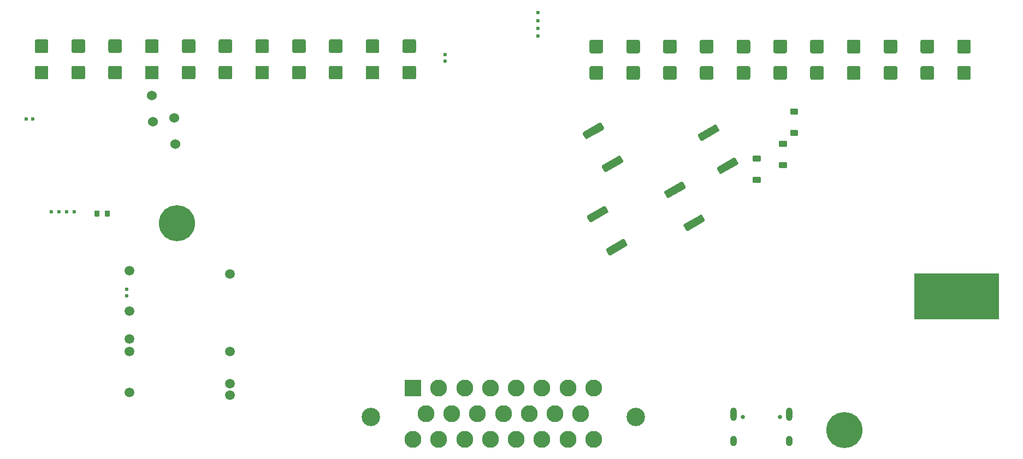
<source format=gbs>
G04 #@! TF.GenerationSoftware,KiCad,Pcbnew,7.0.10-7.0.10~ubuntu22.04.1*
G04 #@! TF.CreationDate,2024-01-19T21:36:50+00:00*
G04 #@! TF.ProjectId,uaeficopiedtovfr,75616566-6963-46f7-9069-6564746f7666,rev?*
G04 #@! TF.SameCoordinates,Original*
G04 #@! TF.FileFunction,Soldermask,Bot*
G04 #@! TF.FilePolarity,Negative*
%FSLAX46Y46*%
G04 Gerber Fmt 4.6, Leading zero omitted, Abs format (unit mm)*
G04 Created by KiCad (PCBNEW 7.0.10-7.0.10~ubuntu22.04.1) date 2024-01-19 21:36:50*
%MOMM*%
%LPD*%
G01*
G04 APERTURE LIST*
%ADD10C,0.120000*%
%ADD11C,5.600000*%
%ADD12C,0.600000*%
%ADD13C,1.500000*%
%ADD14C,2.850000*%
%ADD15R,2.625000X2.625000*%
%ADD16C,2.625000*%
%ADD17C,0.650000*%
%ADD18O,1.000000X2.100000*%
%ADD19O,1.000000X1.600000*%
%ADD20C,1.524000*%
G04 APERTURE END LIST*
G04 #@! TO.C,U2*
D10*
X156759000Y22030000D02*
X143759000Y22030000D01*
X143759000Y29030000D01*
X156759000Y29030000D01*
X156759000Y22030000D01*
G36*
X156759000Y22030000D02*
G01*
X143759000Y22030000D01*
X143759000Y29030000D01*
X156759000Y29030000D01*
X156759000Y22030000D01*
G37*
G04 #@! TD*
D11*
G04 #@! TO.C,H2*
X29407000Y36783000D03*
G04 #@! TD*
D12*
G04 #@! TO.C,M3*
X11122000Y38552000D03*
X9922000Y38552000D03*
X12322000Y38552000D03*
X13522000Y38552000D03*
X7062000Y52977000D03*
X6062000Y52977000D03*
G04 #@! TD*
D13*
G04 #@! TO.C,M1*
X22089005Y10557001D03*
X22089005Y16956998D03*
X22089005Y18857001D03*
X22089005Y23157001D03*
D12*
X21639006Y25556998D03*
X21639006Y26556999D03*
D13*
X22089005Y29407001D03*
X37589002Y10106999D03*
X37589002Y11956998D03*
X37589002Y16907001D03*
X37589002Y28956999D03*
G04 #@! TD*
D14*
G04 #@! TO.C,J4*
X59506000Y6773000D03*
X100506000Y6773000D03*
D15*
X66006000Y11273000D03*
D16*
X70006000Y11273000D03*
X74006000Y11273000D03*
X78006000Y11273000D03*
X82006000Y11273000D03*
X86006000Y11273000D03*
X90006000Y11273000D03*
X94006000Y11273000D03*
X68006000Y7273000D03*
X72006000Y7273000D03*
X76006000Y7273000D03*
X80006000Y7273000D03*
X84006000Y7273000D03*
X88006000Y7273000D03*
X92006000Y7273000D03*
X66006000Y3273000D03*
X70006000Y3273000D03*
X74006000Y3273000D03*
X78006000Y3273000D03*
X82006000Y3273000D03*
X86006000Y3273000D03*
X90006000Y3273000D03*
X94006000Y3273000D03*
G04 #@! TD*
G04 #@! TO.C,U1*
G36*
G01*
X150375000Y59331001D02*
X150375000Y60930999D01*
G75*
G02*
X150625001Y61181000I250001J0D01*
G01*
X152224999Y61181000D01*
G75*
G02*
X152475000Y60930999I0J-250001D01*
G01*
X152475000Y59331001D01*
G75*
G02*
X152224999Y59081000I-250001J0D01*
G01*
X150625001Y59081000D01*
G75*
G02*
X150375000Y59331001I0J250001D01*
G01*
G37*
G36*
G01*
X144675000Y59331001D02*
X144675000Y60930999D01*
G75*
G02*
X144925001Y61181000I250001J0D01*
G01*
X146524999Y61181000D01*
G75*
G02*
X146775000Y60930999I0J-250001D01*
G01*
X146775000Y59331001D01*
G75*
G02*
X146524999Y59081000I-250001J0D01*
G01*
X144925001Y59081000D01*
G75*
G02*
X144675000Y59331001I0J250001D01*
G01*
G37*
G36*
G01*
X138975000Y59331001D02*
X138975000Y60930999D01*
G75*
G02*
X139225001Y61181000I250001J0D01*
G01*
X140824999Y61181000D01*
G75*
G02*
X141075000Y60930999I0J-250001D01*
G01*
X141075000Y59331001D01*
G75*
G02*
X140824999Y59081000I-250001J0D01*
G01*
X139225001Y59081000D01*
G75*
G02*
X138975000Y59331001I0J250001D01*
G01*
G37*
G36*
G01*
X133275000Y59331001D02*
X133275000Y60930999D01*
G75*
G02*
X133525001Y61181000I250001J0D01*
G01*
X135124999Y61181000D01*
G75*
G02*
X135375000Y60930999I0J-250001D01*
G01*
X135375000Y59331001D01*
G75*
G02*
X135124999Y59081000I-250001J0D01*
G01*
X133525001Y59081000D01*
G75*
G02*
X133275000Y59331001I0J250001D01*
G01*
G37*
G36*
G01*
X127575000Y59331001D02*
X127575000Y60930999D01*
G75*
G02*
X127825001Y61181000I250001J0D01*
G01*
X129424999Y61181000D01*
G75*
G02*
X129675000Y60930999I0J-250001D01*
G01*
X129675000Y59331001D01*
G75*
G02*
X129424999Y59081000I-250001J0D01*
G01*
X127825001Y59081000D01*
G75*
G02*
X127575000Y59331001I0J250001D01*
G01*
G37*
G36*
G01*
X121875000Y59331001D02*
X121875000Y60930999D01*
G75*
G02*
X122125001Y61181000I250001J0D01*
G01*
X123724999Y61181000D01*
G75*
G02*
X123975000Y60930999I0J-250001D01*
G01*
X123975000Y59331001D01*
G75*
G02*
X123724999Y59081000I-250001J0D01*
G01*
X122125001Y59081000D01*
G75*
G02*
X121875000Y59331001I0J250001D01*
G01*
G37*
G36*
G01*
X116175000Y59331001D02*
X116175000Y60930999D01*
G75*
G02*
X116425001Y61181000I250001J0D01*
G01*
X118024999Y61181000D01*
G75*
G02*
X118275000Y60930999I0J-250001D01*
G01*
X118275000Y59331001D01*
G75*
G02*
X118024999Y59081000I-250001J0D01*
G01*
X116425001Y59081000D01*
G75*
G02*
X116175000Y59331001I0J250001D01*
G01*
G37*
G36*
G01*
X110475000Y59331001D02*
X110475000Y60930999D01*
G75*
G02*
X110725001Y61181000I250001J0D01*
G01*
X112324999Y61181000D01*
G75*
G02*
X112575000Y60930999I0J-250001D01*
G01*
X112575000Y59331001D01*
G75*
G02*
X112324999Y59081000I-250001J0D01*
G01*
X110725001Y59081000D01*
G75*
G02*
X110475000Y59331001I0J250001D01*
G01*
G37*
G36*
G01*
X104775000Y59331001D02*
X104775000Y60930999D01*
G75*
G02*
X105025001Y61181000I250001J0D01*
G01*
X106624999Y61181000D01*
G75*
G02*
X106875000Y60930999I0J-250001D01*
G01*
X106875000Y59331001D01*
G75*
G02*
X106624999Y59081000I-250001J0D01*
G01*
X105025001Y59081000D01*
G75*
G02*
X104775000Y59331001I0J250001D01*
G01*
G37*
G36*
G01*
X99075000Y59331001D02*
X99075000Y60930999D01*
G75*
G02*
X99325001Y61181000I250001J0D01*
G01*
X100924999Y61181000D01*
G75*
G02*
X101175000Y60930999I0J-250001D01*
G01*
X101175000Y59331001D01*
G75*
G02*
X100924999Y59081000I-250001J0D01*
G01*
X99325001Y59081000D01*
G75*
G02*
X99075000Y59331001I0J250001D01*
G01*
G37*
G36*
G01*
X93375000Y59331001D02*
X93375000Y60930999D01*
G75*
G02*
X93625001Y61181000I250001J0D01*
G01*
X95224999Y61181000D01*
G75*
G02*
X95475000Y60930999I0J-250001D01*
G01*
X95475000Y59331001D01*
G75*
G02*
X95224999Y59081000I-250001J0D01*
G01*
X93625001Y59081000D01*
G75*
G02*
X93375000Y59331001I0J250001D01*
G01*
G37*
G36*
G01*
X150375000Y63431001D02*
X150375000Y65030999D01*
G75*
G02*
X150625001Y65281000I250001J0D01*
G01*
X152224999Y65281000D01*
G75*
G02*
X152475000Y65030999I0J-250001D01*
G01*
X152475000Y63431001D01*
G75*
G02*
X152224999Y63181000I-250001J0D01*
G01*
X150625001Y63181000D01*
G75*
G02*
X150375000Y63431001I0J250001D01*
G01*
G37*
G36*
G01*
X144675000Y63431001D02*
X144675000Y65030999D01*
G75*
G02*
X144925001Y65281000I250001J0D01*
G01*
X146524999Y65281000D01*
G75*
G02*
X146775000Y65030999I0J-250001D01*
G01*
X146775000Y63431001D01*
G75*
G02*
X146524999Y63181000I-250001J0D01*
G01*
X144925001Y63181000D01*
G75*
G02*
X144675000Y63431001I0J250001D01*
G01*
G37*
G36*
G01*
X138975000Y63431001D02*
X138975000Y65030999D01*
G75*
G02*
X139225001Y65281000I250001J0D01*
G01*
X140824999Y65281000D01*
G75*
G02*
X141075000Y65030999I0J-250001D01*
G01*
X141075000Y63431001D01*
G75*
G02*
X140824999Y63181000I-250001J0D01*
G01*
X139225001Y63181000D01*
G75*
G02*
X138975000Y63431001I0J250001D01*
G01*
G37*
G36*
G01*
X133275000Y63431001D02*
X133275000Y65030999D01*
G75*
G02*
X133525001Y65281000I250001J0D01*
G01*
X135124999Y65281000D01*
G75*
G02*
X135375000Y65030999I0J-250001D01*
G01*
X135375000Y63431001D01*
G75*
G02*
X135124999Y63181000I-250001J0D01*
G01*
X133525001Y63181000D01*
G75*
G02*
X133275000Y63431001I0J250001D01*
G01*
G37*
G36*
G01*
X127575000Y63431001D02*
X127575000Y65030999D01*
G75*
G02*
X127825001Y65281000I250001J0D01*
G01*
X129424999Y65281000D01*
G75*
G02*
X129675000Y65030999I0J-250001D01*
G01*
X129675000Y63431001D01*
G75*
G02*
X129424999Y63181000I-250001J0D01*
G01*
X127825001Y63181000D01*
G75*
G02*
X127575000Y63431001I0J250001D01*
G01*
G37*
G36*
G01*
X121875000Y63431001D02*
X121875000Y65030999D01*
G75*
G02*
X122125001Y65281000I250001J0D01*
G01*
X123724999Y65281000D01*
G75*
G02*
X123975000Y65030999I0J-250001D01*
G01*
X123975000Y63431001D01*
G75*
G02*
X123724999Y63181000I-250001J0D01*
G01*
X122125001Y63181000D01*
G75*
G02*
X121875000Y63431001I0J250001D01*
G01*
G37*
G36*
G01*
X116175000Y63431001D02*
X116175000Y65030999D01*
G75*
G02*
X116425001Y65281000I250001J0D01*
G01*
X118024999Y65281000D01*
G75*
G02*
X118275000Y65030999I0J-250001D01*
G01*
X118275000Y63431001D01*
G75*
G02*
X118024999Y63181000I-250001J0D01*
G01*
X116425001Y63181000D01*
G75*
G02*
X116175000Y63431001I0J250001D01*
G01*
G37*
G36*
G01*
X110475000Y63431001D02*
X110475000Y65030999D01*
G75*
G02*
X110725001Y65281000I250001J0D01*
G01*
X112324999Y65281000D01*
G75*
G02*
X112575000Y65030999I0J-250001D01*
G01*
X112575000Y63431001D01*
G75*
G02*
X112324999Y63181000I-250001J0D01*
G01*
X110725001Y63181000D01*
G75*
G02*
X110475000Y63431001I0J250001D01*
G01*
G37*
G36*
G01*
X104775000Y63431001D02*
X104775000Y65030999D01*
G75*
G02*
X105025001Y65281000I250001J0D01*
G01*
X106624999Y65281000D01*
G75*
G02*
X106875000Y65030999I0J-250001D01*
G01*
X106875000Y63431001D01*
G75*
G02*
X106624999Y63181000I-250001J0D01*
G01*
X105025001Y63181000D01*
G75*
G02*
X104775000Y63431001I0J250001D01*
G01*
G37*
G36*
G01*
X99075000Y63431001D02*
X99075000Y65030999D01*
G75*
G02*
X99325001Y65281000I250001J0D01*
G01*
X100924999Y65281000D01*
G75*
G02*
X101175000Y65030999I0J-250001D01*
G01*
X101175000Y63431001D01*
G75*
G02*
X100924999Y63181000I-250001J0D01*
G01*
X99325001Y63181000D01*
G75*
G02*
X99075000Y63431001I0J250001D01*
G01*
G37*
G36*
G01*
X93375000Y63431001D02*
X93375000Y65030999D01*
G75*
G02*
X93625001Y65281000I250001J0D01*
G01*
X95224999Y65281000D01*
G75*
G02*
X95475000Y65030999I0J-250001D01*
G01*
X95475000Y63431001D01*
G75*
G02*
X95224999Y63181000I-250001J0D01*
G01*
X93625001Y63181000D01*
G75*
G02*
X93375000Y63431001I0J250001D01*
G01*
G37*
G36*
G01*
X64375000Y59381001D02*
X64375000Y60980999D01*
G75*
G02*
X64625001Y61231000I250001J0D01*
G01*
X66224999Y61231000D01*
G75*
G02*
X66475000Y60980999I0J-250001D01*
G01*
X66475000Y59381001D01*
G75*
G02*
X66224999Y59131000I-250001J0D01*
G01*
X64625001Y59131000D01*
G75*
G02*
X64375000Y59381001I0J250001D01*
G01*
G37*
G36*
G01*
X58675000Y59381001D02*
X58675000Y60980999D01*
G75*
G02*
X58925001Y61231000I250001J0D01*
G01*
X60524999Y61231000D01*
G75*
G02*
X60775000Y60980999I0J-250001D01*
G01*
X60775000Y59381001D01*
G75*
G02*
X60524999Y59131000I-250001J0D01*
G01*
X58925001Y59131000D01*
G75*
G02*
X58675000Y59381001I0J250001D01*
G01*
G37*
G36*
G01*
X52975000Y59381001D02*
X52975000Y60980999D01*
G75*
G02*
X53225001Y61231000I250001J0D01*
G01*
X54824999Y61231000D01*
G75*
G02*
X55075000Y60980999I0J-250001D01*
G01*
X55075000Y59381001D01*
G75*
G02*
X54824999Y59131000I-250001J0D01*
G01*
X53225001Y59131000D01*
G75*
G02*
X52975000Y59381001I0J250001D01*
G01*
G37*
G36*
G01*
X47275000Y59381001D02*
X47275000Y60980999D01*
G75*
G02*
X47525001Y61231000I250001J0D01*
G01*
X49124999Y61231000D01*
G75*
G02*
X49375000Y60980999I0J-250001D01*
G01*
X49375000Y59381001D01*
G75*
G02*
X49124999Y59131000I-250001J0D01*
G01*
X47525001Y59131000D01*
G75*
G02*
X47275000Y59381001I0J250001D01*
G01*
G37*
G36*
G01*
X41575000Y59381001D02*
X41575000Y60980999D01*
G75*
G02*
X41825001Y61231000I250001J0D01*
G01*
X43424999Y61231000D01*
G75*
G02*
X43675000Y60980999I0J-250001D01*
G01*
X43675000Y59381001D01*
G75*
G02*
X43424999Y59131000I-250001J0D01*
G01*
X41825001Y59131000D01*
G75*
G02*
X41575000Y59381001I0J250001D01*
G01*
G37*
G36*
G01*
X35875000Y59381001D02*
X35875000Y60980999D01*
G75*
G02*
X36125001Y61231000I250001J0D01*
G01*
X37724999Y61231000D01*
G75*
G02*
X37975000Y60980999I0J-250001D01*
G01*
X37975000Y59381001D01*
G75*
G02*
X37724999Y59131000I-250001J0D01*
G01*
X36125001Y59131000D01*
G75*
G02*
X35875000Y59381001I0J250001D01*
G01*
G37*
G36*
G01*
X30175000Y59381001D02*
X30175000Y60980999D01*
G75*
G02*
X30425001Y61231000I250001J0D01*
G01*
X32024999Y61231000D01*
G75*
G02*
X32275000Y60980999I0J-250001D01*
G01*
X32275000Y59381001D01*
G75*
G02*
X32024999Y59131000I-250001J0D01*
G01*
X30425001Y59131000D01*
G75*
G02*
X30175000Y59381001I0J250001D01*
G01*
G37*
G36*
G01*
X24475000Y59381001D02*
X24475000Y60980999D01*
G75*
G02*
X24725001Y61231000I250001J0D01*
G01*
X26324999Y61231000D01*
G75*
G02*
X26575000Y60980999I0J-250001D01*
G01*
X26575000Y59381001D01*
G75*
G02*
X26324999Y59131000I-250001J0D01*
G01*
X24725001Y59131000D01*
G75*
G02*
X24475000Y59381001I0J250001D01*
G01*
G37*
G36*
G01*
X18775000Y59381001D02*
X18775000Y60980999D01*
G75*
G02*
X19025001Y61231000I250001J0D01*
G01*
X20624999Y61231000D01*
G75*
G02*
X20875000Y60980999I0J-250001D01*
G01*
X20875000Y59381001D01*
G75*
G02*
X20624999Y59131000I-250001J0D01*
G01*
X19025001Y59131000D01*
G75*
G02*
X18775000Y59381001I0J250001D01*
G01*
G37*
G36*
G01*
X13075000Y59381001D02*
X13075000Y60980999D01*
G75*
G02*
X13325001Y61231000I250001J0D01*
G01*
X14924999Y61231000D01*
G75*
G02*
X15175000Y60980999I0J-250001D01*
G01*
X15175000Y59381001D01*
G75*
G02*
X14924999Y59131000I-250001J0D01*
G01*
X13325001Y59131000D01*
G75*
G02*
X13075000Y59381001I0J250001D01*
G01*
G37*
G36*
G01*
X7375000Y59381001D02*
X7375000Y60980999D01*
G75*
G02*
X7625001Y61231000I250001J0D01*
G01*
X9224999Y61231000D01*
G75*
G02*
X9475000Y60980999I0J-250001D01*
G01*
X9475000Y59381001D01*
G75*
G02*
X9224999Y59131000I-250001J0D01*
G01*
X7625001Y59131000D01*
G75*
G02*
X7375000Y59381001I0J250001D01*
G01*
G37*
G36*
G01*
X64375000Y63481001D02*
X64375000Y65080999D01*
G75*
G02*
X64625001Y65331000I250001J0D01*
G01*
X66224999Y65331000D01*
G75*
G02*
X66475000Y65080999I0J-250001D01*
G01*
X66475000Y63481001D01*
G75*
G02*
X66224999Y63231000I-250001J0D01*
G01*
X64625001Y63231000D01*
G75*
G02*
X64375000Y63481001I0J250001D01*
G01*
G37*
G36*
G01*
X58675000Y63481001D02*
X58675000Y65080999D01*
G75*
G02*
X58925001Y65331000I250001J0D01*
G01*
X60524999Y65331000D01*
G75*
G02*
X60775000Y65080999I0J-250001D01*
G01*
X60775000Y63481001D01*
G75*
G02*
X60524999Y63231000I-250001J0D01*
G01*
X58925001Y63231000D01*
G75*
G02*
X58675000Y63481001I0J250001D01*
G01*
G37*
G36*
G01*
X52975000Y63481001D02*
X52975000Y65080999D01*
G75*
G02*
X53225001Y65331000I250001J0D01*
G01*
X54824999Y65331000D01*
G75*
G02*
X55075000Y65080999I0J-250001D01*
G01*
X55075000Y63481001D01*
G75*
G02*
X54824999Y63231000I-250001J0D01*
G01*
X53225001Y63231000D01*
G75*
G02*
X52975000Y63481001I0J250001D01*
G01*
G37*
G36*
G01*
X47275000Y63481001D02*
X47275000Y65080999D01*
G75*
G02*
X47525001Y65331000I250001J0D01*
G01*
X49124999Y65331000D01*
G75*
G02*
X49375000Y65080999I0J-250001D01*
G01*
X49375000Y63481001D01*
G75*
G02*
X49124999Y63231000I-250001J0D01*
G01*
X47525001Y63231000D01*
G75*
G02*
X47275000Y63481001I0J250001D01*
G01*
G37*
G36*
G01*
X41575000Y63481001D02*
X41575000Y65080999D01*
G75*
G02*
X41825001Y65331000I250001J0D01*
G01*
X43424999Y65331000D01*
G75*
G02*
X43675000Y65080999I0J-250001D01*
G01*
X43675000Y63481001D01*
G75*
G02*
X43424999Y63231000I-250001J0D01*
G01*
X41825001Y63231000D01*
G75*
G02*
X41575000Y63481001I0J250001D01*
G01*
G37*
G36*
G01*
X35875000Y63481001D02*
X35875000Y65080999D01*
G75*
G02*
X36125001Y65331000I250001J0D01*
G01*
X37724999Y65331000D01*
G75*
G02*
X37975000Y65080999I0J-250001D01*
G01*
X37975000Y63481001D01*
G75*
G02*
X37724999Y63231000I-250001J0D01*
G01*
X36125001Y63231000D01*
G75*
G02*
X35875000Y63481001I0J250001D01*
G01*
G37*
G36*
G01*
X30175000Y63481001D02*
X30175000Y65080999D01*
G75*
G02*
X30425001Y65331000I250001J0D01*
G01*
X32024999Y65331000D01*
G75*
G02*
X32275000Y65080999I0J-250001D01*
G01*
X32275000Y63481001D01*
G75*
G02*
X32024999Y63231000I-250001J0D01*
G01*
X30425001Y63231000D01*
G75*
G02*
X30175000Y63481001I0J250001D01*
G01*
G37*
G36*
G01*
X24475000Y63481001D02*
X24475000Y65080999D01*
G75*
G02*
X24725001Y65331000I250001J0D01*
G01*
X26324999Y65331000D01*
G75*
G02*
X26575000Y65080999I0J-250001D01*
G01*
X26575000Y63481001D01*
G75*
G02*
X26324999Y63231000I-250001J0D01*
G01*
X24725001Y63231000D01*
G75*
G02*
X24475000Y63481001I0J250001D01*
G01*
G37*
G36*
G01*
X18775000Y63481001D02*
X18775000Y65080999D01*
G75*
G02*
X19025001Y65331000I250001J0D01*
G01*
X20624999Y65331000D01*
G75*
G02*
X20875000Y65080999I0J-250001D01*
G01*
X20875000Y63481001D01*
G75*
G02*
X20624999Y63231000I-250001J0D01*
G01*
X19025001Y63231000D01*
G75*
G02*
X18775000Y63481001I0J250001D01*
G01*
G37*
G36*
G01*
X13075000Y63481001D02*
X13075000Y65080999D01*
G75*
G02*
X13325001Y65331000I250001J0D01*
G01*
X14924999Y65331000D01*
G75*
G02*
X15175000Y65080999I0J-250001D01*
G01*
X15175000Y63481001D01*
G75*
G02*
X14924999Y63231000I-250001J0D01*
G01*
X13325001Y63231000D01*
G75*
G02*
X13075000Y63481001I0J250001D01*
G01*
G37*
G36*
G01*
X7375000Y63481001D02*
X7375000Y65080999D01*
G75*
G02*
X7625001Y65331000I250001J0D01*
G01*
X9224999Y65331000D01*
G75*
G02*
X9475000Y65080999I0J-250001D01*
G01*
X9475000Y63481001D01*
G75*
G02*
X9224999Y63231000I-250001J0D01*
G01*
X7625001Y63231000D01*
G75*
G02*
X7375000Y63481001I0J250001D01*
G01*
G37*
G04 #@! TD*
D12*
G04 #@! TO.C,M4*
X85383000Y67056000D03*
X85383000Y65856000D03*
X85383000Y68256000D03*
X85383000Y69456000D03*
X70958000Y62996000D03*
X70958000Y61996000D03*
G04 #@! TD*
D17*
G04 #@! TO.C,J9*
X117137000Y6714000D03*
X122917000Y6714000D03*
D18*
X115707000Y7214000D03*
D19*
X115707000Y3034000D03*
D18*
X124347000Y7214000D03*
D19*
X124347000Y3034000D03*
G04 #@! TD*
D11*
G04 #@! TO.C,H1*
X132907000Y4733000D03*
G04 #@! TD*
D20*
G04 #@! TO.C,F2*
X25517588Y56584412D03*
X28982412Y53119588D03*
G04 #@! TD*
G04 #@! TO.C,F1*
X25723588Y52557412D03*
X29188412Y49092588D03*
G04 #@! TD*
G04 #@! TO.C,D5*
G36*
G01*
X125572000Y50400000D02*
X124552000Y50400000D01*
G75*
G02*
X124462000Y50490000I0J90000D01*
G01*
X124462000Y51210000D01*
G75*
G02*
X124552000Y51300000I90000J0D01*
G01*
X125572000Y51300000D01*
G75*
G02*
X125662000Y51210000I0J-90000D01*
G01*
X125662000Y50490000D01*
G75*
G02*
X125572000Y50400000I-90000J0D01*
G01*
G37*
G36*
G01*
X125572000Y53700000D02*
X124552000Y53700000D01*
G75*
G02*
X124462000Y53790000I0J90000D01*
G01*
X124462000Y54510000D01*
G75*
G02*
X124552000Y54600000I90000J0D01*
G01*
X125572000Y54600000D01*
G75*
G02*
X125662000Y54510000I0J-90000D01*
G01*
X125662000Y53790000D01*
G75*
G02*
X125572000Y53700000I-90000J0D01*
G01*
G37*
G04 #@! TD*
G04 #@! TO.C,D3*
G36*
G01*
X119794000Y43095000D02*
X118774000Y43095000D01*
G75*
G02*
X118684000Y43185000I0J90000D01*
G01*
X118684000Y43905000D01*
G75*
G02*
X118774000Y43995000I90000J0D01*
G01*
X119794000Y43995000D01*
G75*
G02*
X119884000Y43905000I0J-90000D01*
G01*
X119884000Y43185000D01*
G75*
G02*
X119794000Y43095000I-90000J0D01*
G01*
G37*
G36*
G01*
X119794000Y46395000D02*
X118774000Y46395000D01*
G75*
G02*
X118684000Y46485000I0J90000D01*
G01*
X118684000Y47205000D01*
G75*
G02*
X118774000Y47295000I90000J0D01*
G01*
X119794000Y47295000D01*
G75*
G02*
X119884000Y47205000I0J-90000D01*
G01*
X119884000Y46485000D01*
G75*
G02*
X119794000Y46395000I-90000J0D01*
G01*
G37*
G04 #@! TD*
G04 #@! TO.C,R12*
G36*
G01*
X116315586Y45900460D02*
X113847414Y44475460D01*
G75*
G02*
X113505908Y44566966I-125000J216506D01*
G01*
X113143408Y45194834D01*
G75*
G02*
X113234914Y45536340I216506J125000D01*
G01*
X115703086Y46961340D01*
G75*
G02*
X116044592Y46869834I125000J-216506D01*
G01*
X116407092Y46241966D01*
G75*
G02*
X116315586Y45900460I-216506J-125000D01*
G01*
G37*
G36*
G01*
X113353086Y51031660D02*
X110884914Y49606660D01*
G75*
G02*
X110543408Y49698166I-125000J216506D01*
G01*
X110180908Y50326034D01*
G75*
G02*
X110272414Y50667540I216506J125000D01*
G01*
X112740586Y52092540D01*
G75*
G02*
X113082092Y52001034I125000J-216506D01*
G01*
X113444592Y51373166D01*
G75*
G02*
X113353086Y51031660I-216506J-125000D01*
G01*
G37*
G04 #@! TD*
G04 #@! TO.C,D4*
G36*
G01*
X123868000Y45394000D02*
X122848000Y45394000D01*
G75*
G02*
X122758000Y45484000I0J90000D01*
G01*
X122758000Y46204000D01*
G75*
G02*
X122848000Y46294000I90000J0D01*
G01*
X123868000Y46294000D01*
G75*
G02*
X123958000Y46204000I0J-90000D01*
G01*
X123958000Y45484000D01*
G75*
G02*
X123868000Y45394000I-90000J0D01*
G01*
G37*
G36*
G01*
X123868000Y48694000D02*
X122848000Y48694000D01*
G75*
G02*
X122758000Y48784000I0J90000D01*
G01*
X122758000Y49504000D01*
G75*
G02*
X122848000Y49594000I90000J0D01*
G01*
X123868000Y49594000D01*
G75*
G02*
X123958000Y49504000I0J-90000D01*
G01*
X123958000Y48784000D01*
G75*
G02*
X123868000Y48694000I-90000J0D01*
G01*
G37*
G04 #@! TD*
G04 #@! TO.C,R5*
G36*
G01*
X16662000Y37938000D02*
X16662000Y38718000D01*
G75*
G02*
X16732000Y38788000I70000J0D01*
G01*
X17292000Y38788000D01*
G75*
G02*
X17362000Y38718000I0J-70000D01*
G01*
X17362000Y37938000D01*
G75*
G02*
X17292000Y37868000I-70000J0D01*
G01*
X16732000Y37868000D01*
G75*
G02*
X16662000Y37938000I0J70000D01*
G01*
G37*
G36*
G01*
X18262000Y37938000D02*
X18262000Y38718000D01*
G75*
G02*
X18332000Y38788000I70000J0D01*
G01*
X18892000Y38788000D01*
G75*
G02*
X18962000Y38718000I0J-70000D01*
G01*
X18962000Y37938000D01*
G75*
G02*
X18892000Y37868000I-70000J0D01*
G01*
X18332000Y37868000D01*
G75*
G02*
X18262000Y37938000I0J70000D01*
G01*
G37*
G04 #@! TD*
G04 #@! TO.C,R18*
G36*
G01*
X98465586Y46196460D02*
X95997414Y44771460D01*
G75*
G02*
X95655908Y44862966I-125000J216506D01*
G01*
X95293408Y45490834D01*
G75*
G02*
X95384914Y45832340I216506J125000D01*
G01*
X97853086Y47257340D01*
G75*
G02*
X98194592Y47165834I125000J-216506D01*
G01*
X98557092Y46537966D01*
G75*
G02*
X98465586Y46196460I-216506J-125000D01*
G01*
G37*
G36*
G01*
X95503086Y51327660D02*
X93034914Y49902660D01*
G75*
G02*
X92693408Y49994166I-125000J216506D01*
G01*
X92330908Y50622034D01*
G75*
G02*
X92422414Y50963540I216506J125000D01*
G01*
X94890586Y52388540D01*
G75*
G02*
X95232092Y52297034I125000J-216506D01*
G01*
X95594592Y51669166D01*
G75*
G02*
X95503086Y51327660I-216506J-125000D01*
G01*
G37*
G04 #@! TD*
G04 #@! TO.C,R13*
G36*
G01*
X99118586Y33268460D02*
X96650414Y31843460D01*
G75*
G02*
X96308908Y31934966I-125000J216506D01*
G01*
X95946408Y32562834D01*
G75*
G02*
X96037914Y32904340I216506J125000D01*
G01*
X98506086Y34329340D01*
G75*
G02*
X98847592Y34237834I125000J-216506D01*
G01*
X99210092Y33609966D01*
G75*
G02*
X99118586Y33268460I-216506J-125000D01*
G01*
G37*
G36*
G01*
X96156086Y38399660D02*
X93687914Y36974660D01*
G75*
G02*
X93346408Y37066166I-125000J216506D01*
G01*
X92983908Y37694034D01*
G75*
G02*
X93075414Y38035540I216506J125000D01*
G01*
X95543586Y39460540D01*
G75*
G02*
X95885092Y39369034I125000J-216506D01*
G01*
X96247592Y38741166D01*
G75*
G02*
X96156086Y38399660I-216506J-125000D01*
G01*
G37*
G04 #@! TD*
G04 #@! TO.C,R14*
G36*
G01*
X111119586Y37056460D02*
X108651414Y35631460D01*
G75*
G02*
X108309908Y35722966I-125000J216506D01*
G01*
X107947408Y36350834D01*
G75*
G02*
X108038914Y36692340I216506J125000D01*
G01*
X110507086Y38117340D01*
G75*
G02*
X110848592Y38025834I125000J-216506D01*
G01*
X111211092Y37397966D01*
G75*
G02*
X111119586Y37056460I-216506J-125000D01*
G01*
G37*
G36*
G01*
X108157086Y42187660D02*
X105688914Y40762660D01*
G75*
G02*
X105347408Y40854166I-125000J216506D01*
G01*
X104984908Y41482034D01*
G75*
G02*
X105076414Y41823540I216506J125000D01*
G01*
X107544586Y43248540D01*
G75*
G02*
X107886092Y43157034I125000J-216506D01*
G01*
X108248592Y42529166D01*
G75*
G02*
X108157086Y42187660I-216506J-125000D01*
G01*
G37*
G04 #@! TD*
M02*

</source>
